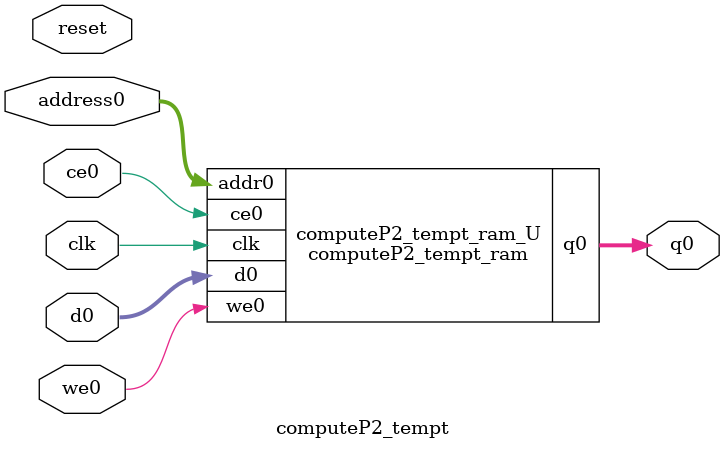
<source format=v>
`timescale 1 ns / 1 ps
module computeP2_tempt_ram (addr0, ce0, d0, we0, q0,  clk);

parameter DWIDTH = 6;
parameter AWIDTH = 15;
parameter MEM_SIZE = 20160;

input[AWIDTH-1:0] addr0;
input ce0;
input[DWIDTH-1:0] d0;
input we0;
output reg[DWIDTH-1:0] q0;
input clk;

reg [DWIDTH-1:0] ram[0:MEM_SIZE-1];




always @(posedge clk)  
begin 
    if (ce0) begin
        if (we0) 
            ram[addr0] <= d0; 
        q0 <= ram[addr0];
    end
end


endmodule

`timescale 1 ns / 1 ps
module computeP2_tempt(
    reset,
    clk,
    address0,
    ce0,
    we0,
    d0,
    q0);

parameter DataWidth = 32'd6;
parameter AddressRange = 32'd20160;
parameter AddressWidth = 32'd15;
input reset;
input clk;
input[AddressWidth - 1:0] address0;
input ce0;
input we0;
input[DataWidth - 1:0] d0;
output[DataWidth - 1:0] q0;



computeP2_tempt_ram computeP2_tempt_ram_U(
    .clk( clk ),
    .addr0( address0 ),
    .ce0( ce0 ),
    .we0( we0 ),
    .d0( d0 ),
    .q0( q0 ));

endmodule


</source>
